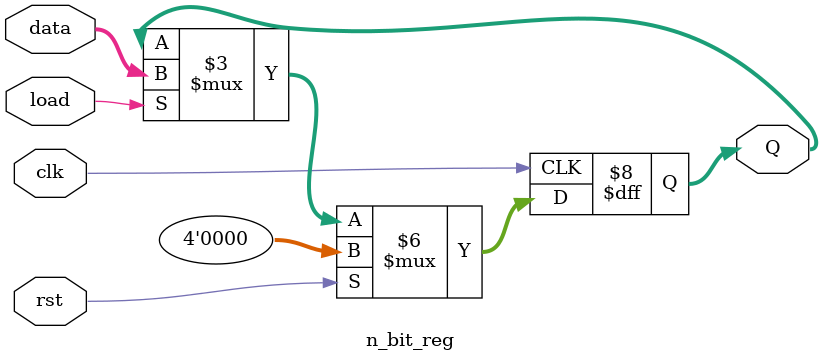
<source format=v>
module n_bit_reg #(parameter WIDTH=4)(
	input clk,    // Clock
	input rst,  // synchronous reset active high
	input [WIDTH-1:0] data,
	input load,
	output reg [WIDTH-1:0] Q
);

	always @(posedge clk) begin : proc_state
		if(rst)
			Q <= 0;
		else if (load)
			Q <= data;
		else
			Q <= Q;
	end
endmodule

</source>
